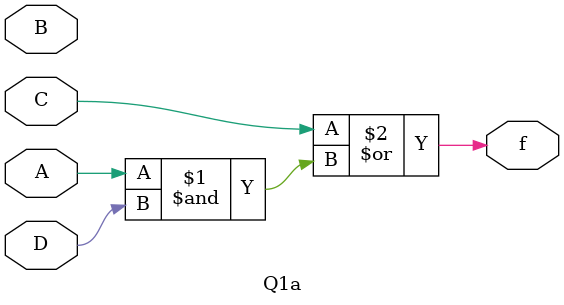
<source format=v>
module Q1a(A,B,C,D,f);
input A,B,C,D;
output f;
assign f = C | (A & D);
endmodule

</source>
